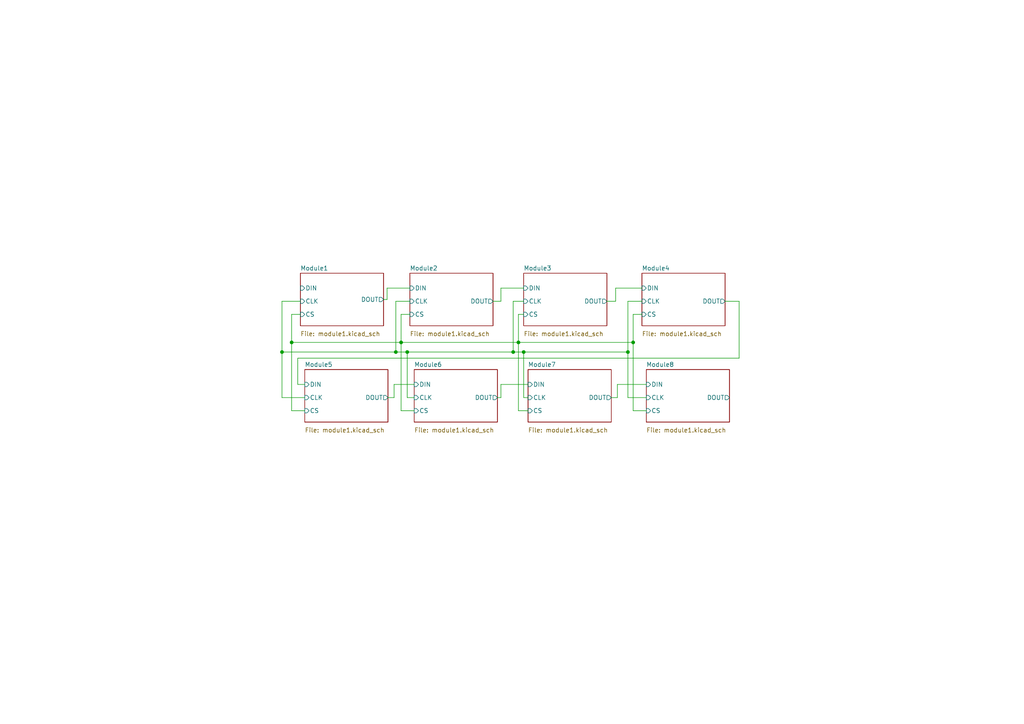
<source format=kicad_sch>
(kicad_sch
	(version 20231120)
	(generator "eeschema")
	(generator_version "8.0")
	(uuid "f2ce9a56-c104-4d34-b05e-1ab190e5b4d5")
	(paper "A4")
	(lib_symbols)
	(junction
		(at 116.332 99.314)
		(diameter 0)
		(color 0 0 0 0)
		(uuid "04faaa22-4308-426d-a89c-a09400ca647e")
	)
	(junction
		(at 151.892 102.108)
		(diameter 0)
		(color 0 0 0 0)
		(uuid "49cac49f-70e3-405c-a5aa-398fcc6989ee")
	)
	(junction
		(at 118.11 102.108)
		(diameter 0)
		(color 0 0 0 0)
		(uuid "6637d4bd-0868-4e28-9ad4-495177475b6e")
	)
	(junction
		(at 183.642 99.314)
		(diameter 0)
		(color 0 0 0 0)
		(uuid "673eef79-d176-48e8-ab8a-3f4ed3536338")
	)
	(junction
		(at 114.808 102.108)
		(diameter 0)
		(color 0 0 0 0)
		(uuid "913bfe72-dd5f-4ce6-8928-4cd193c8892b")
	)
	(junction
		(at 84.582 99.314)
		(diameter 0)
		(color 0 0 0 0)
		(uuid "92bc3700-4afa-4c96-87d8-a46323c5541d")
	)
	(junction
		(at 150.368 99.314)
		(diameter 0)
		(color 0 0 0 0)
		(uuid "acedcd7f-f7cd-4908-bc1b-0219d2ba9599")
	)
	(junction
		(at 182.118 102.108)
		(diameter 0)
		(color 0 0 0 0)
		(uuid "aeaf281a-4786-4063-8e0d-06d699b2116d")
	)
	(junction
		(at 148.844 102.108)
		(diameter 0)
		(color 0 0 0 0)
		(uuid "b5845f50-cb68-4540-9de0-243854ec3a0e")
	)
	(junction
		(at 81.788 102.108)
		(diameter 0)
		(color 0 0 0 0)
		(uuid "e097aa4e-6aba-4983-a24a-7f97125bac99")
	)
	(wire
		(pts
			(xy 118.11 102.108) (xy 114.808 102.108)
		)
		(stroke
			(width 0)
			(type default)
		)
		(uuid "047e5cff-db2e-44da-9e47-ae4e322dd949")
	)
	(wire
		(pts
			(xy 150.368 119.126) (xy 150.368 99.314)
		)
		(stroke
			(width 0)
			(type default)
		)
		(uuid "09457590-ed96-4fe8-8e04-5e30f5270c48")
	)
	(wire
		(pts
			(xy 145.288 111.506) (xy 153.162 111.506)
		)
		(stroke
			(width 0)
			(type default)
		)
		(uuid "0efc0ea1-13e7-4fec-962a-1e18b43c0ed8")
	)
	(wire
		(pts
			(xy 186.182 91.186) (xy 183.642 91.186)
		)
		(stroke
			(width 0)
			(type default)
		)
		(uuid "10079e41-28ae-4136-87e7-1558919ea32e")
	)
	(wire
		(pts
			(xy 112.268 86.868) (xy 112.268 83.566)
		)
		(stroke
			(width 0)
			(type default)
		)
		(uuid "14b0e20d-13be-49d4-addd-8050b0c20c63")
	)
	(wire
		(pts
			(xy 176.022 87.376) (xy 178.562 87.376)
		)
		(stroke
			(width 0)
			(type default)
		)
		(uuid "17f6e622-d8f7-45b3-93e0-66afe63938d0")
	)
	(wire
		(pts
			(xy 84.582 99.314) (xy 84.582 119.126)
		)
		(stroke
			(width 0)
			(type default)
		)
		(uuid "18b4d934-362b-453c-b685-7b33693a6b5c")
	)
	(wire
		(pts
			(xy 153.162 115.316) (xy 151.892 115.316)
		)
		(stroke
			(width 0)
			(type default)
		)
		(uuid "1d3f52ef-bbfe-42c2-8616-e937c795984d")
	)
	(wire
		(pts
			(xy 150.368 91.186) (xy 150.368 99.314)
		)
		(stroke
			(width 0)
			(type default)
		)
		(uuid "1e36ca96-6acc-4083-9d3e-cf2913ab25fb")
	)
	(wire
		(pts
			(xy 150.368 99.314) (xy 116.332 99.314)
		)
		(stroke
			(width 0)
			(type default)
		)
		(uuid "24e33ba9-199a-4ee2-8108-86aa1fcb9e78")
	)
	(wire
		(pts
			(xy 214.376 103.886) (xy 86.36 103.886)
		)
		(stroke
			(width 0)
			(type default)
		)
		(uuid "2762e20e-ec3a-4e36-8f0d-5484f8a560a2")
	)
	(wire
		(pts
			(xy 187.452 115.316) (xy 182.118 115.316)
		)
		(stroke
			(width 0)
			(type default)
		)
		(uuid "3562212b-359c-47ac-87a5-48870326f85a")
	)
	(wire
		(pts
			(xy 187.452 119.126) (xy 183.642 119.126)
		)
		(stroke
			(width 0)
			(type default)
		)
		(uuid "36712b2f-3c11-474c-9c8e-e0db5a71d302")
	)
	(wire
		(pts
			(xy 178.562 87.376) (xy 178.562 83.566)
		)
		(stroke
			(width 0)
			(type default)
		)
		(uuid "38ca02d0-e0c1-48d9-ba39-4059c5c59c99")
	)
	(wire
		(pts
			(xy 179.07 115.316) (xy 179.07 111.506)
		)
		(stroke
			(width 0)
			(type default)
		)
		(uuid "3cee8235-bc22-479a-a610-adb54b93f4e2")
	)
	(wire
		(pts
			(xy 114.3 111.506) (xy 120.142 111.506)
		)
		(stroke
			(width 0)
			(type default)
		)
		(uuid "3da4eb6f-d947-4306-88c5-0809b7b089ed")
	)
	(wire
		(pts
			(xy 116.332 119.126) (xy 116.332 99.314)
		)
		(stroke
			(width 0)
			(type default)
		)
		(uuid "4045b090-e9fb-4415-913d-5afc235aedaf")
	)
	(wire
		(pts
			(xy 144.272 115.316) (xy 145.288 115.316)
		)
		(stroke
			(width 0)
			(type default)
		)
		(uuid "466ca9af-e3dd-4493-91c5-5206a62446ab")
	)
	(wire
		(pts
			(xy 186.182 87.376) (xy 182.118 87.376)
		)
		(stroke
			(width 0)
			(type default)
		)
		(uuid "51c77114-9f71-4cb4-81db-242400ebae91")
	)
	(wire
		(pts
			(xy 114.3 115.316) (xy 114.3 111.506)
		)
		(stroke
			(width 0)
			(type default)
		)
		(uuid "5249039c-dfc0-4e62-a042-7bf056c2d253")
	)
	(wire
		(pts
			(xy 151.892 91.186) (xy 150.368 91.186)
		)
		(stroke
			(width 0)
			(type default)
		)
		(uuid "5269a32d-19b7-44dc-943a-f6e6a2d2b244")
	)
	(wire
		(pts
			(xy 179.07 111.506) (xy 187.452 111.506)
		)
		(stroke
			(width 0)
			(type default)
		)
		(uuid "52c90982-f88b-40be-b181-9a68bc29a9ce")
	)
	(wire
		(pts
			(xy 177.292 115.316) (xy 179.07 115.316)
		)
		(stroke
			(width 0)
			(type default)
		)
		(uuid "5a88391e-3d97-4ab4-be45-69ac90e0014b")
	)
	(wire
		(pts
			(xy 182.118 115.316) (xy 182.118 102.108)
		)
		(stroke
			(width 0)
			(type default)
		)
		(uuid "5cb5ed23-f556-4b44-b3ec-34c462e2c0cb")
	)
	(wire
		(pts
			(xy 112.268 83.566) (xy 118.872 83.566)
		)
		(stroke
			(width 0)
			(type default)
		)
		(uuid "5d3b89af-8329-4f81-bfc6-5e4b70d04917")
	)
	(wire
		(pts
			(xy 151.892 87.376) (xy 148.844 87.376)
		)
		(stroke
			(width 0)
			(type default)
		)
		(uuid "5e4c45c1-ed69-4e80-bd9d-223013b9b9c3")
	)
	(wire
		(pts
			(xy 148.844 102.108) (xy 118.11 102.108)
		)
		(stroke
			(width 0)
			(type default)
		)
		(uuid "6a662df6-f3d6-4622-b6cc-d56b8ed2c7b2")
	)
	(wire
		(pts
			(xy 151.892 102.108) (xy 151.892 115.316)
		)
		(stroke
			(width 0)
			(type default)
		)
		(uuid "6b0f9eea-8085-4483-af99-947a07f13fd6")
	)
	(wire
		(pts
			(xy 153.162 119.126) (xy 150.368 119.126)
		)
		(stroke
			(width 0)
			(type default)
		)
		(uuid "6fb69cf0-653f-4fec-8852-4e4dfd5dd3f9")
	)
	(wire
		(pts
			(xy 210.312 87.376) (xy 214.376 87.376)
		)
		(stroke
			(width 0)
			(type default)
		)
		(uuid "71ada9f0-bbb2-4c4b-b0c0-cbb464eda731")
	)
	(wire
		(pts
			(xy 87.122 87.376) (xy 81.788 87.376)
		)
		(stroke
			(width 0)
			(type default)
		)
		(uuid "736c95f2-7550-4931-85f9-5ea769764638")
	)
	(wire
		(pts
			(xy 120.142 119.126) (xy 116.332 119.126)
		)
		(stroke
			(width 0)
			(type default)
		)
		(uuid "7a031fb3-686f-4253-abdc-271d3b75eb89")
	)
	(wire
		(pts
			(xy 116.332 99.314) (xy 116.332 91.186)
		)
		(stroke
			(width 0)
			(type default)
		)
		(uuid "81ba81eb-adc6-467c-b730-55ed3772bec1")
	)
	(wire
		(pts
			(xy 86.36 111.506) (xy 88.392 111.506)
		)
		(stroke
			(width 0)
			(type default)
		)
		(uuid "850d75f3-6fd9-4cff-8425-f142ad67356e")
	)
	(wire
		(pts
			(xy 111.252 86.868) (xy 112.268 86.868)
		)
		(stroke
			(width 0)
			(type default)
		)
		(uuid "8aa11985-000f-4131-82e5-277480fd025d")
	)
	(wire
		(pts
			(xy 214.376 87.376) (xy 214.376 103.886)
		)
		(stroke
			(width 0)
			(type default)
		)
		(uuid "8f71214e-6b1f-4584-8d0c-f0ad61f42020")
	)
	(wire
		(pts
			(xy 81.788 102.108) (xy 81.788 115.316)
		)
		(stroke
			(width 0)
			(type default)
		)
		(uuid "92f9845a-d306-4986-98ee-7c979e350676")
	)
	(wire
		(pts
			(xy 183.642 119.126) (xy 183.642 99.314)
		)
		(stroke
			(width 0)
			(type default)
		)
		(uuid "963c1361-c2d4-4971-86ec-f81243f5176f")
	)
	(wire
		(pts
			(xy 87.122 91.186) (xy 84.582 91.186)
		)
		(stroke
			(width 0)
			(type default)
		)
		(uuid "a661616b-5173-4574-a792-eb6481007c0a")
	)
	(wire
		(pts
			(xy 116.332 91.186) (xy 118.872 91.186)
		)
		(stroke
			(width 0)
			(type default)
		)
		(uuid "a7313f67-65c2-4181-b05d-f857174925c8")
	)
	(wire
		(pts
			(xy 114.808 87.376) (xy 118.872 87.376)
		)
		(stroke
			(width 0)
			(type default)
		)
		(uuid "aaea16fa-4f67-4305-8be7-5c68e3765a09")
	)
	(wire
		(pts
			(xy 183.642 99.314) (xy 150.368 99.314)
		)
		(stroke
			(width 0)
			(type default)
		)
		(uuid "ace1ae1d-f801-484b-8f96-acae06c55f75")
	)
	(wire
		(pts
			(xy 151.892 102.108) (xy 148.844 102.108)
		)
		(stroke
			(width 0)
			(type default)
		)
		(uuid "b36c7703-eb85-404b-aaa1-320c6ae81749")
	)
	(wire
		(pts
			(xy 84.582 99.314) (xy 116.332 99.314)
		)
		(stroke
			(width 0)
			(type default)
		)
		(uuid "b3b8a89d-ee50-423d-8403-9c598daa363e")
	)
	(wire
		(pts
			(xy 120.142 115.316) (xy 118.11 115.316)
		)
		(stroke
			(width 0)
			(type default)
		)
		(uuid "b4b61a78-e576-4af7-b8a4-7f5d54462f94")
	)
	(wire
		(pts
			(xy 86.36 103.886) (xy 86.36 111.506)
		)
		(stroke
			(width 0)
			(type default)
		)
		(uuid "b4ba0a3b-53e1-4986-badb-715feb47e4c1")
	)
	(wire
		(pts
			(xy 143.002 87.376) (xy 145.288 87.376)
		)
		(stroke
			(width 0)
			(type default)
		)
		(uuid "b5c74ab2-fbdb-408d-ba7b-9b67e087e5f6")
	)
	(wire
		(pts
			(xy 88.392 119.126) (xy 84.582 119.126)
		)
		(stroke
			(width 0)
			(type default)
		)
		(uuid "b5f261da-116d-4e63-b6bd-ef51dde189e5")
	)
	(wire
		(pts
			(xy 81.788 102.108) (xy 114.808 102.108)
		)
		(stroke
			(width 0)
			(type default)
		)
		(uuid "bf4c5ad1-504a-4c13-bb13-669ef63c7fda")
	)
	(wire
		(pts
			(xy 182.118 102.108) (xy 151.892 102.108)
		)
		(stroke
			(width 0)
			(type default)
		)
		(uuid "c006e6cf-3315-4a5f-9979-a717e106fca8")
	)
	(wire
		(pts
			(xy 145.288 87.376) (xy 145.288 83.566)
		)
		(stroke
			(width 0)
			(type default)
		)
		(uuid "c2fee39b-0ea5-452c-8d42-c2f87be68fd6")
	)
	(wire
		(pts
			(xy 112.522 115.316) (xy 114.3 115.316)
		)
		(stroke
			(width 0)
			(type default)
		)
		(uuid "c443ae76-c971-4de5-a67d-b9c97d447aa3")
	)
	(wire
		(pts
			(xy 84.582 91.186) (xy 84.582 99.314)
		)
		(stroke
			(width 0)
			(type default)
		)
		(uuid "cb1813cd-2c83-4156-a95f-f23ba598ee13")
	)
	(wire
		(pts
			(xy 183.642 91.186) (xy 183.642 99.314)
		)
		(stroke
			(width 0)
			(type default)
		)
		(uuid "cdc3562b-2e28-4f25-9e05-248e530fcf5b")
	)
	(wire
		(pts
			(xy 88.392 115.316) (xy 81.788 115.316)
		)
		(stroke
			(width 0)
			(type default)
		)
		(uuid "ce88fd09-f945-4319-ab43-46ca4cd537c4")
	)
	(wire
		(pts
			(xy 114.808 102.108) (xy 114.808 87.376)
		)
		(stroke
			(width 0)
			(type default)
		)
		(uuid "d01d649b-5ad8-4f3f-8b45-08eb9cbf35db")
	)
	(wire
		(pts
			(xy 118.11 115.316) (xy 118.11 102.108)
		)
		(stroke
			(width 0)
			(type default)
		)
		(uuid "d1cdecb9-44c6-45fa-984c-5dd514d6896c")
	)
	(wire
		(pts
			(xy 178.562 83.566) (xy 186.182 83.566)
		)
		(stroke
			(width 0)
			(type default)
		)
		(uuid "d60b4f46-0c10-4161-9a28-60776c390382")
	)
	(wire
		(pts
			(xy 145.288 115.316) (xy 145.288 111.506)
		)
		(stroke
			(width 0)
			(type default)
		)
		(uuid "e10fe978-bb0f-4490-8520-e68a3bfe3188")
	)
	(wire
		(pts
			(xy 145.288 83.566) (xy 151.892 83.566)
		)
		(stroke
			(width 0)
			(type default)
		)
		(uuid "ed4cfa36-4e9f-4ebf-9fce-7731f76d48b7")
	)
	(wire
		(pts
			(xy 148.844 87.376) (xy 148.844 102.108)
		)
		(stroke
			(width 0)
			(type default)
		)
		(uuid "ef9475d9-cc73-47f3-8492-bc2df83652bc")
	)
	(wire
		(pts
			(xy 182.118 87.376) (xy 182.118 102.108)
		)
		(stroke
			(width 0)
			(type default)
		)
		(uuid "f247d279-7f73-437b-b3bf-2cc4dca14be9")
	)
	(wire
		(pts
			(xy 81.788 87.376) (xy 81.788 102.108)
		)
		(stroke
			(width 0)
			(type default)
		)
		(uuid "f2dabb88-4308-4426-b8a4-565db60fbe0c")
	)
	(sheet
		(at 153.162 107.188)
		(size 24.13 15.24)
		(fields_autoplaced yes)
		(stroke
			(width 0.1524)
			(type solid)
		)
		(fill
			(color 0 0 0 0.0000)
		)
		(uuid "0e5648ee-bad4-4b70-85b3-3362a4237271")
		(property "Sheetname" "Module7"
			(at 153.162 106.4764 0)
			(effects
				(font
					(size 1.27 1.27)
				)
				(justify left bottom)
			)
		)
		(property "Sheetfile" "module1.kicad_sch"
			(at 153.162 124.0286 0)
			(effects
				(font
					(size 1.27 1.27)
				)
				(justify left top)
			)
		)
		(pin "DIN" input
			(at 153.162 111.506 180)
			(effects
				(font
					(size 1.27 1.27)
				)
				(justify left)
			)
			(uuid "17a1490b-4b97-4c4d-85b2-72c6e8615878")
		)
		(pin "CLK" input
			(at 153.162 115.316 180)
			(effects
				(font
					(size 1.27 1.27)
				)
				(justify left)
			)
			(uuid "1c70f1d1-f6cd-4880-ba91-bbc39a640128")
		)
		(pin "CS" input
			(at 153.162 119.126 180)
			(effects
				(font
					(size 1.27 1.27)
				)
				(justify left)
			)
			(uuid "c38b4ae7-2267-48fd-a6a5-15d13d0cece8")
		)
		(pin "DOUT" output
			(at 177.292 115.316 0)
			(effects
				(font
					(size 1.27 1.27)
				)
				(justify right)
			)
			(uuid "8fc89444-a19d-4699-834d-9a9c93161ff1")
		)
		(instances
			(project "1088as"
				(path "/f2ce9a56-c104-4d34-b05e-1ab190e5b4d5"
					(page "8")
				)
			)
		)
	)
	(sheet
		(at 151.892 79.248)
		(size 24.13 15.24)
		(fields_autoplaced yes)
		(stroke
			(width 0.1524)
			(type solid)
		)
		(fill
			(color 0 0 0 0.0000)
		)
		(uuid "15b823d7-ba5c-45a9-9640-820ae7beb9d9")
		(property "Sheetname" "Module3"
			(at 151.892 78.5364 0)
			(effects
				(font
					(size 1.27 1.27)
				)
				(justify left bottom)
			)
		)
		(property "Sheetfile" "module1.kicad_sch"
			(at 151.892 96.0886 0)
			(effects
				(font
					(size 1.27 1.27)
				)
				(justify left top)
			)
		)
		(pin "DIN" input
			(at 151.892 83.566 180)
			(effects
				(font
					(size 1.27 1.27)
				)
				(justify left)
			)
			(uuid "34d91cce-5688-4343-bac0-ea80fd67cc20")
		)
		(pin "CLK" input
			(at 151.892 87.376 180)
			(effects
				(font
					(size 1.27 1.27)
				)
				(justify left)
			)
			(uuid "0de6b88c-559f-4a6c-8e31-147a5cce4508")
		)
		(pin "CS" input
			(at 151.892 91.186 180)
			(effects
				(font
					(size 1.27 1.27)
				)
				(justify left)
			)
			(uuid "6afc2178-aac6-476c-a21a-fe45bf37d95d")
		)
		(pin "DOUT" output
			(at 176.022 87.376 0)
			(effects
				(font
					(size 1.27 1.27)
				)
				(justify right)
			)
			(uuid "46510746-29ed-461f-9fec-a41c2dbac35b")
		)
		(instances
			(project "1088as"
				(path "/f2ce9a56-c104-4d34-b05e-1ab190e5b4d5"
					(page "4")
				)
			)
		)
	)
	(sheet
		(at 187.452 107.188)
		(size 24.13 15.24)
		(fields_autoplaced yes)
		(stroke
			(width 0.1524)
			(type solid)
		)
		(fill
			(color 0 0 0 0.0000)
		)
		(uuid "1f315149-d526-4cd0-80af-5fee920ba214")
		(property "Sheetname" "Module8"
			(at 187.452 106.4764 0)
			(effects
				(font
					(size 1.27 1.27)
				)
				(justify left bottom)
			)
		)
		(property "Sheetfile" "module1.kicad_sch"
			(at 187.452 124.0286 0)
			(effects
				(font
					(size 1.27 1.27)
				)
				(justify left top)
			)
		)
		(pin "DIN" input
			(at 187.452 111.506 180)
			(effects
				(font
					(size 1.27 1.27)
				)
				(justify left)
			)
			(uuid "ab65839c-7264-4586-a5cb-2a7fa3ec8470")
		)
		(pin "CLK" input
			(at 187.452 115.316 180)
			(effects
				(font
					(size 1.27 1.27)
				)
				(justify left)
			)
			(uuid "1af04f3a-8d06-48a6-8b07-bdeb629e4849")
		)
		(pin "CS" input
			(at 187.452 119.126 180)
			(effects
				(font
					(size 1.27 1.27)
				)
				(justify left)
			)
			(uuid "319167ee-6883-4efe-983c-bc5d19f104db")
		)
		(pin "DOUT" output
			(at 211.582 115.316 0)
			(effects
				(font
					(size 1.27 1.27)
				)
				(justify right)
			)
			(uuid "22dfd903-c27f-4e02-ac0f-83c68531f056")
		)
		(instances
			(project "1088as"
				(path "/f2ce9a56-c104-4d34-b05e-1ab190e5b4d5"
					(page "9")
				)
			)
		)
	)
	(sheet
		(at 88.392 107.188)
		(size 24.13 15.24)
		(fields_autoplaced yes)
		(stroke
			(width 0.1524)
			(type solid)
		)
		(fill
			(color 0 0 0 0.0000)
		)
		(uuid "7892f899-f077-403c-a762-da4edbcbc6f9")
		(property "Sheetname" "Module5"
			(at 88.392 106.4764 0)
			(effects
				(font
					(size 1.27 1.27)
				)
				(justify left bottom)
			)
		)
		(property "Sheetfile" "module1.kicad_sch"
			(at 88.392 124.0286 0)
			(effects
				(font
					(size 1.27 1.27)
				)
				(justify left top)
			)
		)
		(pin "DIN" input
			(at 88.392 111.506 180)
			(effects
				(font
					(size 1.27 1.27)
				)
				(justify left)
			)
			(uuid "bedcfe6c-3aa2-4d21-913d-5a2936f1d2ac")
		)
		(pin "CLK" input
			(at 88.392 115.316 180)
			(effects
				(font
					(size 1.27 1.27)
				)
				(justify left)
			)
			(uuid "e70d2810-53a0-4e2d-bebf-f1f32a13185b")
		)
		(pin "CS" input
			(at 88.392 119.126 180)
			(effects
				(font
					(size 1.27 1.27)
				)
				(justify left)
			)
			(uuid "efc10031-bb69-42c2-90b5-43b85ffbfb4f")
		)
		(pin "DOUT" output
			(at 112.522 115.316 0)
			(effects
				(font
					(size 1.27 1.27)
				)
				(justify right)
			)
			(uuid "d749d129-d4c4-4eac-8841-e826df5ef5ce")
		)
		(instances
			(project "1088as"
				(path "/f2ce9a56-c104-4d34-b05e-1ab190e5b4d5"
					(page "6")
				)
			)
		)
	)
	(sheet
		(at 120.142 107.188)
		(size 24.13 15.24)
		(fields_autoplaced yes)
		(stroke
			(width 0.1524)
			(type solid)
		)
		(fill
			(color 0 0 0 0.0000)
		)
		(uuid "879592d3-78ef-4343-8385-ae7cd0e3b230")
		(property "Sheetname" "Module6"
			(at 120.142 106.4764 0)
			(effects
				(font
					(size 1.27 1.27)
				)
				(justify left bottom)
			)
		)
		(property "Sheetfile" "module1.kicad_sch"
			(at 120.142 124.0286 0)
			(effects
				(font
					(size 1.27 1.27)
				)
				(justify left top)
			)
		)
		(pin "DIN" input
			(at 120.142 111.506 180)
			(effects
				(font
					(size 1.27 1.27)
				)
				(justify left)
			)
			(uuid "16605904-7465-4017-b5f9-9b73a6e9b685")
		)
		(pin "CLK" input
			(at 120.142 115.316 180)
			(effects
				(font
					(size 1.27 1.27)
				)
				(justify left)
			)
			(uuid "11f8968f-a92e-40ef-9a31-d7db576d6ccb")
		)
		(pin "CS" input
			(at 120.142 119.126 180)
			(effects
				(font
					(size 1.27 1.27)
				)
				(justify left)
			)
			(uuid "23c6dff9-8287-46f9-8459-b7d2da5c8287")
		)
		(pin "DOUT" output
			(at 144.272 115.316 0)
			(effects
				(font
					(size 1.27 1.27)
				)
				(justify right)
			)
			(uuid "17c04cc2-e3b1-4797-adb8-9d84214959a1")
		)
		(instances
			(project "1088as"
				(path "/f2ce9a56-c104-4d34-b05e-1ab190e5b4d5"
					(page "7")
				)
			)
		)
	)
	(sheet
		(at 87.122 79.248)
		(size 24.13 15.24)
		(fields_autoplaced yes)
		(stroke
			(width 0.1524)
			(type solid)
		)
		(fill
			(color 0 0 0 0.0000)
		)
		(uuid "b2942716-2c50-4041-99c9-8367886dc31c")
		(property "Sheetname" "Module1"
			(at 87.122 78.5364 0)
			(effects
				(font
					(size 1.27 1.27)
				)
				(justify left bottom)
			)
		)
		(property "Sheetfile" "module1.kicad_sch"
			(at 87.122 96.0886 0)
			(effects
				(font
					(size 1.27 1.27)
				)
				(justify left top)
			)
		)
		(pin "DIN" input
			(at 87.122 83.566 180)
			(effects
				(font
					(size 1.27 1.27)
				)
				(justify left)
			)
			(uuid "31d71b93-3c4b-431e-907b-5a838783da73")
		)
		(pin "CLK" input
			(at 87.122 87.376 180)
			(effects
				(font
					(size 1.27 1.27)
				)
				(justify left)
			)
			(uuid "d0c902f1-4625-47af-8af1-f5427e9cd8ac")
		)
		(pin "CS" input
			(at 87.122 91.186 180)
			(effects
				(font
					(size 1.27 1.27)
				)
				(justify left)
			)
			(uuid "9f2fea49-30f0-4d4e-8784-6dbcda100064")
		)
		(pin "DOUT" output
			(at 111.252 86.868 0)
			(effects
				(font
					(size 1.27 1.27)
				)
				(justify right)
			)
			(uuid "04b94500-9001-40af-8575-d8d3e649e87f")
		)
		(instances
			(project "1088as"
				(path "/f2ce9a56-c104-4d34-b05e-1ab190e5b4d5"
					(page "2")
				)
			)
		)
	)
	(sheet
		(at 186.182 79.248)
		(size 24.13 15.24)
		(fields_autoplaced yes)
		(stroke
			(width 0.1524)
			(type solid)
		)
		(fill
			(color 0 0 0 0.0000)
		)
		(uuid "ec7ae710-b8a5-4ed9-9678-fddce2547fef")
		(property "Sheetname" "Module4"
			(at 186.182 78.5364 0)
			(effects
				(font
					(size 1.27 1.27)
				)
				(justify left bottom)
			)
		)
		(property "Sheetfile" "module1.kicad_sch"
			(at 186.182 96.0886 0)
			(effects
				(font
					(size 1.27 1.27)
				)
				(justify left top)
			)
		)
		(pin "DIN" input
			(at 186.182 83.566 180)
			(effects
				(font
					(size 1.27 1.27)
				)
				(justify left)
			)
			(uuid "f878d162-2c63-49aa-83d0-4bf043ada2a9")
		)
		(pin "CLK" input
			(at 186.182 87.376 180)
			(effects
				(font
					(size 1.27 1.27)
				)
				(justify left)
			)
			(uuid "b7572ef5-0b2e-4ea8-9f55-cced0d02f233")
		)
		(pin "CS" input
			(at 186.182 91.186 180)
			(effects
				(font
					(size 1.27 1.27)
				)
				(justify left)
			)
			(uuid "e75b455f-8ffc-4ee8-baeb-ebf439bbda5b")
		)
		(pin "DOUT" output
			(at 210.312 87.376 0)
			(effects
				(font
					(size 1.27 1.27)
				)
				(justify right)
			)
			(uuid "28108f23-6e7b-4bef-afba-4559ea2fa61a")
		)
		(instances
			(project "1088as"
				(path "/f2ce9a56-c104-4d34-b05e-1ab190e5b4d5"
					(page "5")
				)
			)
		)
	)
	(sheet
		(at 118.872 79.248)
		(size 24.13 15.24)
		(fields_autoplaced yes)
		(stroke
			(width 0.1524)
			(type solid)
		)
		(fill
			(color 0 0 0 0.0000)
		)
		(uuid "ed5189c2-1e70-4a2c-9a87-c9d55049311a")
		(property "Sheetname" "Module2"
			(at 118.872 78.5364 0)
			(effects
				(font
					(size 1.27 1.27)
				)
				(justify left bottom)
			)
		)
		(property "Sheetfile" "module1.kicad_sch"
			(at 118.872 96.0886 0)
			(effects
				(font
					(size 1.27 1.27)
				)
				(justify left top)
			)
		)
		(pin "DIN" input
			(at 118.872 83.566 180)
			(effects
				(font
					(size 1.27 1.27)
				)
				(justify left)
			)
			(uuid "0855ab43-28af-4171-9ffb-f27a0eb73879")
		)
		(pin "CLK" input
			(at 118.872 87.376 180)
			(effects
				(font
					(size 1.27 1.27)
				)
				(justify left)
			)
			(uuid "be94e280-8c8e-4e13-a063-beee759ed481")
		)
		(pin "CS" input
			(at 118.872 91.186 180)
			(effects
				(font
					(size 1.27 1.27)
				)
				(justify left)
			)
			(uuid "2dffa438-f988-4962-8f19-2a7c070bf564")
		)
		(pin "DOUT" output
			(at 143.002 87.376 0)
			(effects
				(font
					(size 1.27 1.27)
				)
				(justify right)
			)
			(uuid "a6a8a8b5-58cc-451c-96cb-c5742eb6c089")
		)
		(instances
			(project "1088as"
				(path "/f2ce9a56-c104-4d34-b05e-1ab190e5b4d5"
					(page "3")
				)
			)
		)
	)
	(sheet_instances
		(path "/"
			(page "1")
		)
	)
)

</source>
